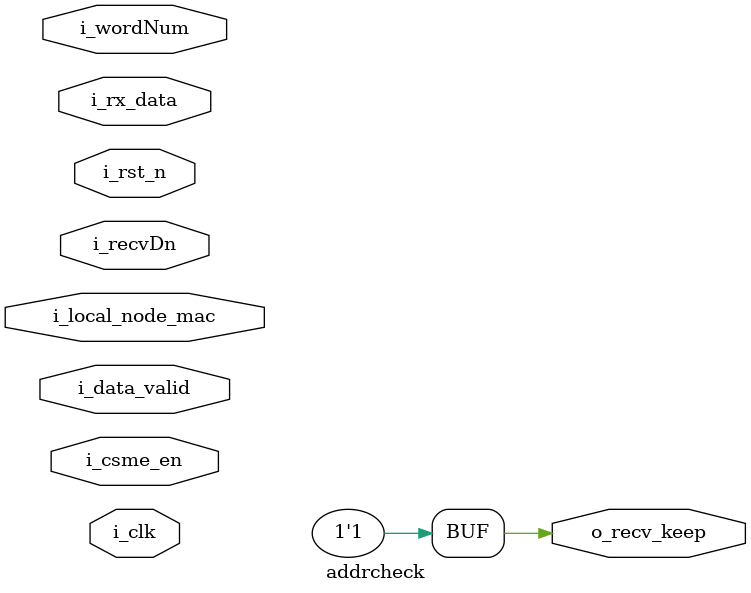
<source format=v>
/*******************************************************************************
File name   :addrcheck.v
Function    :judge the MAC address,it is support unicast,Broadcast,and Multicast.
Author      :tongqing
Version     :V1.0
*******************************************************************************/	
module addrcheck
(input wire i_clk,
 input wire i_rst_n, 
 input wire [15:0] i_rx_data,
 input wire [9:0] i_wordNum,
 input wire i_recvDn,
 input wire i_data_valid,
 input wire i_csme_en,
 output wire o_recv_keep,
// input wire i_main_clock_lost,
// input wire i_main_clock_state,
// input wire i_start_en
input wire [47:0]i_local_node_mac
);

wire [47:0] frt_mac_n;
wire [47:0] frt_mac;
reg MulticastOK_FRT;

reg main_clock_state_dly;
reg start_en_dly;
//assign o_recv_keep = (i_wordNum < 10'h4) ? 1'b1 : (i_csme_en ? ((dst_mac == frt_mac) ? 1'b0 : 1'b1) : ((dst_mac == frt_mac_n) || (dst_mac == 48'hffffffffffff)? 1'b1 : 1'b0 ));
//assign frt_mac_n = 48'h01005e000182;	
//assign frt_mac = 48'h01005e000181;
assign o_recv_keep = 1'b1;//(i_wordNum < 10'h4)? 1'b1 : ( (dst_mac == i_local_node_mac) || (dst_mac == frt_mac) || (dst_mac == frt_mac_n )|| (dst_mac == 48'hffffffffffff)? 1'b1 : 1'b0 );
//assign frt_mac = (!i_csme_en || i_main_clock_lost)? 48'h01005e000181 : 48'h01005e000182;

//always @ (posedge i_clk , negedge i_rst_n)
//begin
//   if (!i_rst_n)
//   begin	
//		main_clock_state_dly <= 1'b0;
//		start_en_dly			<= 1'b0;
//	end
//	else
//	begin
//		main_clock_state_dly <= i_main_clock_state;
//		start_en_dly			<= i_start_en;
//	end
//end
//
//always @ (posedge i_clk , negedge i_rst_n)
//begin
//   if (!i_rst_n)
//		frt_mac <= 48'h01005e000181;
//	else if(i_start_en && !start_en_dly)
//		frt_mac <= 48'hffffffffffff;
//	else if(i_main_clock_lost && !i_main_clock_state)
//		frt_mac <= 48'h01005e000181;
//	else if(!i_main_clock_state && main_clock_state_dly)
//		frt_mac <= 48'h01005e000181;
//	else if(i_main_clock_state && !main_clock_state_dly)
//		frt_mac <= 48'hffffffffffff;
//end

/************************************************
				FRT
judge if the package's MAC address is Multicast 
**************************************************/
//always @ (posedge i_clk , negedge i_rst_n)
//begin
//    if (!i_rst_n)
//    begin
//        MulticastOK_FRT <= 1'b0;
//    end
//    else if ((i_wordNum == 10'h1) && i_data_valid )
//    begin 
//        MulticastOK_FRT <= (i_rx_data == frt_mac[47:32]);
//    end
//	    else if ((i_wordNum == 10'h2) && i_data_valid )
//    begin
//        MulticastOK_FRT <= (i_rx_data == frt_mac[31:16]) && MulticastOK_FRT;
//    end
//    else if ((i_wordNum == 10'h3) && i_data_valid )
//    begin
//        MulticastOK_FRT <= (i_rx_data == frt_mac[15:0]) && MulticastOK_FRT;
//    end
//    else if (i_recvDn)
//    begin
//        MulticastOK_FRT <= 1'b0;
//    end
//end
//
//endmodule


//
reg [47:0]dst_mac;
always @ (posedge i_clk , negedge i_rst_n)
begin
    if (!i_rst_n)
    begin
        dst_mac <= 48'b0;
    end
    else if ((i_wordNum == 10'h1) && i_data_valid )
    begin 
        dst_mac[47:32] <= i_rx_data ;
    end
	    else if ((i_wordNum == 10'h2) && i_data_valid )
    begin
        dst_mac[31:16] <= i_rx_data ;
    end
    else if ((i_wordNum == 10'h3) && i_data_valid )
    begin
        dst_mac[15:0] <= i_rx_data ;
    end

end

endmodule

</source>
